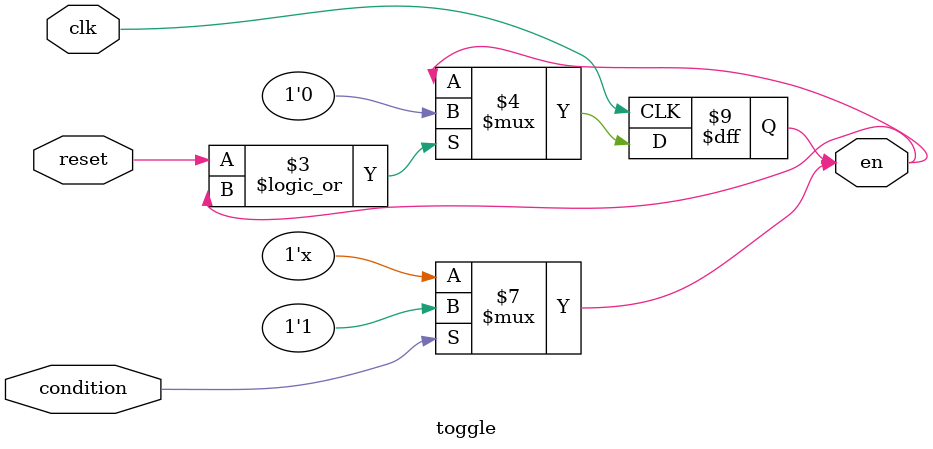
<source format=v>
module toggle (
    input clk, reset, condition,
    output reg en
);
//    initial en = 0; // by default enable is at low
    always @ (*) if (condition) en = 1;
    always @ (posedge clk) begin
        //reset toggle the cycle after or at synchronous reset

        if (reset || en) en<= 0; 
    end



endmodule

</source>
